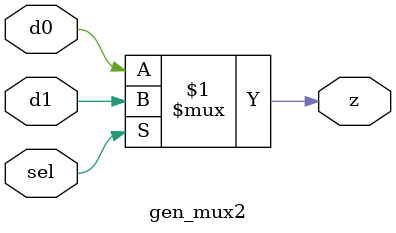
<source format=v>

module gen_mux2 (
    // Outputs
    z, 
    // Inputs
    d0, 
    d1, 
    sel
);


parameter WIDTH = 1;

input	[WIDTH-1:0]	d0;    // data input used when sel is 0
input	[WIDTH-1:0]	d1;    // data input used when sel is 1
input			sel;   // MUX select signal
output	[WIDTH-1:0]	z;     // output

assign z = (sel ? d1 : d0);

endmodule

</source>
